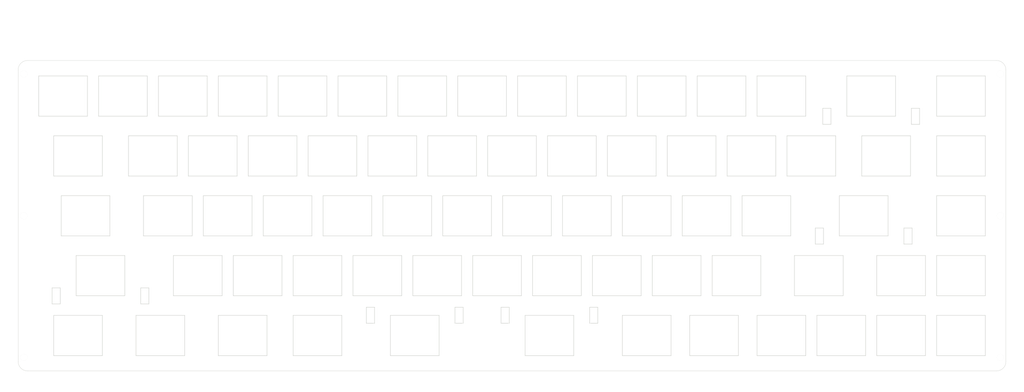
<source format=kicad_pcb>
(kicad_pcb (version 20211014) (generator pcbnew)
  (layers (0 "F.Cu" signal) (31 "B.Cu" signal) (34 "B.Paste" user) (35 "F.Paste" user) (36 "B.SilkS" user "B.Silkscreen") (37 "F.SilkS" user "F.Silkscreen") (38 "B.Mask" user) (39 "F.Mask" user) (44 "Edge.Cuts" user))
  (net 0 "")
  (footprint "new_footprint:SW_Hole_ALPS_1u" (layer "F.Cu") (at 57.15 47.625)
    (fp_text reference "SW7" hide)
    (fp_text value "SW_PUSH" hide)
    (fp_line (start -7.75 -6.4) (end 7.75 -6.4) (layer "Edge.Cuts") (width 0.15))
    (fp_line (start 7.75 6.4) (end -7.75 6.4) (layer "Edge.Cuts") (width 0.15))
    (fp_line (start 7.75 -6.4) (end 7.75 6.4) (layer "Edge.Cuts") (width 0.15))
    (fp_line (start -7.75 6.4) (end -7.75 -6.4) (layer "Edge.Cuts") (width 0.15))
  )
  (footprint "new_footprint:SW_Hole_ALPS_1.25u" (layer "F.Cu") (at 59.53125 104.775)
    (fp_text reference "SW10" hide)
    (fp_text value "SW_PUSH" hide)
    (fp_line (start 7.75 6.4) (end -7.75 6.4) (layer "Edge.Cuts") (width 0.15))
    (fp_line (start 7.75 -6.4) (end 7.75 6.4) (layer "Edge.Cuts") (width 0.15))
    (fp_line (start -7.75 -6.4) (end 7.75 -6.4) (layer "Edge.Cuts") (width 0.15))
    (fp_line (start -7.75 6.4) (end -7.75 -6.4) (layer "Edge.Cuts") (width 0.15))
  )
  (footprint "new_footprint:SW_Hole_ALPS_1.5u" (layer "F.Cu") (at 85.725 104.775)
    (fp_text reference "SW15" hide)
    (fp_text value "SW_PUSH" hide)
    (fp_line (start 7.75 -6.4) (end 7.75 6.4) (layer "Edge.Cuts") (width 0.15))
    (fp_line (start 7.75 6.4) (end -7.75 6.4) (layer "Edge.Cuts") (width 0.15))
    (fp_line (start -7.75 -6.4) (end 7.75 -6.4) (layer "Edge.Cuts") (width 0.15))
    (fp_line (start -7.75 6.4) (end -7.75 -6.4) (layer "Edge.Cuts") (width 0.15))
  )
  (footprint "new_footprint:SW_Hole_ALPS_1u" (layer "F.Cu") (at 47.625 28.575)
    (fp_text reference "SW6" hide)
    (fp_text value "SW_PUSH" hide)
    (fp_line (start -7.75 6.4) (end -7.75 -6.4) (layer "Edge.Cuts") (width 0.15))
    (fp_line (start -7.75 -6.4) (end 7.75 -6.4) (layer "Edge.Cuts") (width 0.15))
    (fp_line (start 7.75 6.4) (end -7.75 6.4) (layer "Edge.Cuts") (width 0.15))
    (fp_line (start 7.75 -6.4) (end 7.75 6.4) (layer "Edge.Cuts") (width 0.15))
  )
  (footprint "new_footprint:SW_Hole_ALPS_1.75u" (layer "F.Cu") (at 35.71875 66.675)
    (fp_text reference "SW3" hide)
    (fp_text value "SW_PUSH" hide)
    (fp_line (start 7.75 -6.4) (end 7.75 6.4) (layer "Edge.Cuts") (width 0.15))
    (fp_line (start 7.75 6.4) (end -7.75 6.4) (layer "Edge.Cuts") (width 0.15))
    (fp_line (start -7.75 6.4) (end -7.75 -6.4) (layer "Edge.Cuts") (width 0.15))
    (fp_line (start -7.75 -6.4) (end 7.75 -6.4) (layer "Edge.Cuts") (width 0.15))
  )
  (footprint "new_footprint:SW_Hole_ALPS_1.5u" (layer "F.Cu") (at 33.3375 104.775)
    (fp_text reference "SW5" hide)
    (fp_text value "SW_PUSH" hide)
    (fp_line (start 7.75 6.4) (end -7.75 6.4) (layer "Edge.Cuts") (width 0.15))
    (fp_line (start -7.75 6.4) (end -7.75 -6.4) (layer "Edge.Cuts") (width 0.15))
    (fp_line (start 7.75 -6.4) (end 7.75 6.4) (layer "Edge.Cuts") (width 0.15))
    (fp_line (start -7.75 -6.4) (end 7.75 -6.4) (layer "Edge.Cuts") (width 0.15))
  )
  (footprint "new_footprint:SW_Hole_ALPS_1u" (layer "F.Cu") (at 28.575 28.575)
    (fp_text reference "SW1" hide)
    (fp_text value "SW_PUSH" hide)
    (fp_line (start 7.75 -6.4) (end 7.75 6.4) (layer "Edge.Cuts") (width 0.15))
    (fp_line (start 7.75 6.4) (end -7.75 6.4) (layer "Edge.Cuts") (width 0.15))
    (fp_line (start -7.75 6.4) (end -7.75 -6.4) (layer "Edge.Cuts") (width 0.15))
    (fp_line (start -7.75 -6.4) (end 7.75 -6.4) (layer "Edge.Cuts") (width 0.15))
  )
  (footprint "new_footprint:SW_Hole_ALPS_1.5u" (layer "F.Cu") (at 33.3375 47.625)
    (fp_text reference "SW2" hide)
    (fp_text value "KEY_SWITCH" hide)
    (fp_line (start -7.75 6.4) (end -7.75 -6.4) (layer "Edge.Cuts") (width 0.15))
    (fp_line (start 7.75 -6.4) (end 7.75 6.4) (layer "Edge.Cuts") (width 0.15))
    (fp_line (start 7.75 6.4) (end -7.75 6.4) (layer "Edge.Cuts") (width 0.15))
    (fp_line (start -7.75 -6.4) (end 7.75 -6.4) (layer "Edge.Cuts") (width 0.15))
  )
  (footprint "new_footprint:SW_Hole_ALPS_2.25u" (layer "F.Cu") (at 40.48125 85.725)
    (fp_text reference "SW4" hide)
    (fp_text value "KEY_SWITCH" hide)
    (fp_line (start 15.4 3.9) (end 12.8 3.9) (layer "Edge.Cuts") (width 0.15))
    (fp_line (start 7.75 6.4) (end 7.75 -6.4) (layer "Edge.Cuts") (width 0.15))
    (fp_line (start -7.75 -6.4) (end -7.75 6.4) (layer "Edge.Cuts") (width 0.15))
    (fp_line (start 12.8 9) (end 15.4 9) (layer "Edge.Cuts") (width 0.15))
    (fp_line (start -15.4 3.9) (end -12.8 3.9) (layer "Edge.Cuts") (width 0.15))
    (fp_line (start -12.8 9) (end -15.4 9) (layer "Edge.Cuts") (width 0.15))
    (fp_line (start -12.8 3.9) (end -12.8 9) (layer "Edge.Cuts") (width 0.15))
    (fp_line (start 12.8 3.9) (end 12.8 9) (layer "Edge.Cuts") (width 0.15))
    (fp_line (start -15.4 9) (end -15.4 3.9) (layer "Edge.Cuts") (width 0.15))
    (fp_line (start 7.75 -6.4) (end -7.75 -6.4) (layer "Edge.Cuts") (width 0.15))
    (fp_line (start 15.4 9) (end 15.4 3.9) (layer "Edge.Cuts") (width 0.15))
    (fp_line (start -7.75 6.4) (end 7.75 6.4) (layer "Edge.Cuts") (width 0.15))
  )
  (footprint "new_footprint:SW_Hole_ALPS_1u" (layer "F.Cu") (at 71.4375 85.725)
    (fp_text reference "SW9" hide)
    (fp_text value "SW_PUSH" hide)
    (fp_line (start -7.75 -6.4) (end 7.75 -6.4) (layer "Edge.Cuts") (width 0.15))
    (fp_line (start -7.75 6.4) (end -7.75 -6.4) (layer "Edge.Cuts") (width 0.15))
    (fp_line (start 7.75 -6.4) (end 7.75 6.4) (layer "Edge.Cuts") (width 0.15))
    (fp_line (start 7.75 6.4) (end -7.75 6.4) (layer "Edge.Cuts") (width 0.15))
  )
  (footprint "new_footprint:SW_Hole_ALPS_1u" (layer "F.Cu") (at 61.9125 66.675)
    (fp_text reference "SW8" hide)
    (fp_text value "SW_PUSH" hide)
    (fp_line (start -7.75 6.4) (end -7.75 -6.4) (layer "Edge.Cuts") (width 0.15))
    (fp_line (start 7.75 -6.4) (end 7.75 6.4) (layer "Edge.Cuts") (width 0.15))
    (fp_line (start 7.75 6.4) (end -7.75 6.4) (layer "Edge.Cuts") (width 0.15))
    (fp_line (start -7.75 -6.4) (end 7.75 -6.4) (layer "Edge.Cuts") (width 0.15))
  )
  (footprint "new_footprint:SW_Hole_ALPS_1u" (layer "F.Cu") (at 76.2 47.625)
    (fp_text reference "SW12" hide)
    (fp_text value "SW_PUSH" hide)
    (fp_line (start 7.75 -6.4) (end 7.75 6.4) (layer "Edge.Cuts") (width 0.15))
    (fp_line (start 7.75 6.4) (end -7.75 6.4) (layer "Edge.Cuts") (width 0.15))
    (fp_line (start -7.75 -6.4) (end 7.75 -6.4) (layer "Edge.Cuts") (width 0.15))
    (fp_line (start -7.75 6.4) (end -7.75 -6.4) (layer "Edge.Cuts") (width 0.15))
  )
  (footprint "new_footprint:SW_Hole_ALPS_1u" (layer "F.Cu") (at 66.675 28.575)
    (fp_text reference "SW11" hide)
    (fp_text value "SW_PUSH" hide)
    (fp_line (start 7.75 6.4) (end -7.75 6.4) (layer "Edge.Cuts") (width 0.15))
    (fp_line (start 7.75 -6.4) (end 7.75 6.4) (layer "Edge.Cuts") (width 0.15))
    (fp_line (start -7.75 -6.4) (end 7.75 -6.4) (layer "Edge.Cuts") (width 0.15))
    (fp_line (start -7.75 6.4) (end -7.75 -6.4) (layer "Edge.Cuts") (width 0.15))
  )
  (footprint "new_footprint:SW_Hole_ALPS_1u" (layer "F.Cu") (at 80.9625 66.675)
    (fp_text reference "SW13" hide)
    (fp_text value "SW_PUSH" hide)
    (fp_line (start 7.75 6.4) (end -7.75 6.4) (layer "Edge.Cuts") (width 0.15))
    (fp_line (start -7.75 -6.4) (end 7.75 -6.4) (layer "Edge.Cuts") (width 0.15))
    (fp_line (start -7.75 6.4) (end -7.75 -6.4) (layer "Edge.Cuts") (width 0.15))
    (fp_line (start 7.75 -6.4) (end 7.75 6.4) (layer "Edge.Cuts") (width 0.15))
  )
  (footprint "new_footprint:SW_Hole_ALPS_1u" (layer "F.Cu") (at 90.4875 85.725)
    (fp_text reference "SW14" hide)
    (fp_text value "SW_PUSH" hide)
    (fp_line (start -7.75 -6.4) (end 7.75 -6.4) (layer "Edge.Cuts") (width 0.15))
    (fp_line (start -7.75 6.4) (end -7.75 -6.4) (layer "Edge.Cuts") (width 0.15))
    (fp_line (start 7.75 -6.4) (end 7.75 6.4) (layer "Edge.Cuts") (width 0.15))
    (fp_line (start 7.75 6.4) (end -7.75 6.4) (layer "Edge.Cuts") (width 0.15))
  )
  (footprint "new_footprint:SW_Hole_ALPS_1u" (layer "F.Cu") (at 95.25 47.625)
    (fp_text reference "SW17" hide)
    (fp_text value "SW_PUSH" hide)
    (fp_line (start 7.75 6.4) (end -7.75 6.4) (layer "Edge.Cuts") (width 0.15))
    (fp_line (start 7.75 -6.4) (end 7.75 6.4) (layer "Edge.Cuts") (width 0.15))
    (fp_line (start -7.75 6.4) (end -7.75 -6.4) (layer "Edge.Cuts") (width 0.15))
    (fp_line (start -7.75 -6.4) (end 7.75 -6.4) (layer "Edge.Cuts") (width 0.15))
  )
  (footprint "new_footprint:SW_Hole_ALPS_1u" (layer "F.Cu") (at 109.5375 85.725)
    (fp_text reference "SW19" hide)
    (fp_text value "SW_PUSH" hide)
    (fp_line (start 7.75 6.4) (end -7.75 6.4) (layer "Edge.Cuts") (width 0.15))
    (fp_line (start -7.75 -6.4) (end 7.75 -6.4) (layer "Edge.Cuts") (width 0.15))
    (fp_line (start 7.75 -6.4) (end 7.75 6.4) (layer "Edge.Cuts") (width 0.15))
    (fp_line (start -7.75 6.4) (end -7.75 -6.4) (layer "Edge.Cuts") (width 0.15))
  )
  (footprint "new_footprint:SW_Hole_ALPS_1u" (layer "F.Cu") (at 85.725 28.575)
    (fp_text reference "SW16" hide)
    (fp_text value "SW_PUSH" hide)
    (fp_line (start -7.75 -6.4) (end 7.75 -6.4) (layer "Edge.Cuts") (width 0.15))
    (fp_line (start -7.75 6.4) (end -7.75 -6.4) (layer "Edge.Cuts") (width 0.15))
    (fp_line (start 7.75 6.4) (end -7.75 6.4) (layer "Edge.Cuts") (width 0.15))
    (fp_line (start 7.75 -6.4) (end 7.75 6.4) (layer "Edge.Cuts") (width 0.15))
  )
  (footprint "new_footprint:SW_Hole_ALPS_1u" (layer "F.Cu") (at 100.0125 66.675)
    (fp_text reference "SW18" hide)
    (fp_text value "SW_PUSH" hide)
    (fp_line (start -7.75 -6.4) (end 7.75 -6.4) (layer "Edge.Cuts") (width 0.15))
    (fp_line (start 7.75 6.4) (end -7.75 6.4) (layer "Edge.Cuts") (width 0.15))
    (fp_line (start 7.75 -6.4) (end 7.75 6.4) (layer "Edge.Cuts") (width 0.15))
    (fp_line (start -7.75 6.4) (end -7.75 -6.4) (layer "Edge.Cuts") (width 0.15))
  )
  (footprint "new_footprint:SW_Hole_ALPS_1u" (layer "F.Cu") (at 109.5375 104.775 180)
    (fp_text reference "SW20" hide)
    (fp_text value "SW_PUSH" hide)
    (fp_line (start 7.75 -6.4) (end 7.75 6.4) (layer "Edge.Cuts") (width 0.15))
    (fp_line (start -7.75 -6.4) (end 7.75 -6.4) (layer "Edge.Cuts") (width 0.15))
    (fp_line (start 7.75 6.4) (end -7.75 6.4) (layer "Edge.Cuts") (width 0.15))
    (fp_line (start -7.75 6.4) (end -7.75 -6.4) (layer "Edge.Cuts") (width 0.15))
  )
  (footprint "new_footprint:SW_Hole_ALPS_1u" (layer "F.Cu") (at 114.3 47.625)
    (fp_text reference "SW22" hide)
    (fp_text value "SW_PUSH" hide)
    (fp_line (start 7.75 -6.4) (end 7.75 6.4) (layer "Edge.Cuts") (width 0.15))
    (fp_line (start 7.75 6.4) (end -7.75 6.4) (layer "Edge.Cuts") (width 0.15))
    (fp_line (start -7.75 -6.4) (end 7.75 -6.4) (layer "Edge.Cuts") (width 0.15))
    (fp_line (start -7.75 6.4) (end -7.75 -6.4) (layer "Edge.Cuts") (width 0.15))
  )
  (footprint "new_footprint:SW_Hole_ALPS_1u" (layer "F.Cu") (at 104.775 28.575)
    (fp_text reference "SW21" hide)
    (fp_text value "SW_PUSH" hide)
    (fp_line (start 7.75 -6.4) (end 7.75 6.4) (layer "Edge.Cuts") (width 0.15))
    (fp_line (start 7.75 6.4) (end -7.75 6.4) (layer "Edge.Cuts") (width 0.15))
    (fp_line (start -7.75 6.4) (end -7.75 -6.4) (layer "Edge.Cuts") (width 0.15))
    (fp_line (start -7.75 -6.4) (end 7.75 -6.4) (layer "Edge.Cuts") (width 0.15))
  )
  (footprint "new_footprint:SW_Hole_ALPS_1u" (layer "F.Cu") (at 166.6875 85.725)
    (fp_text reference "SW33" hide)
    (fp_text value "SW_PUSH" hide)
    (fp_line (start -7.75 6.4) (end -7.75 -6.4) (layer "Edge.Cuts") (width 0.15))
    (fp_line (start -7.75 -6.4) (end 7.75 -6.4) (layer "Edge.Cuts") (width 0.15))
    (fp_line (start 7.75 -6.4) (end 7.75 6.4) (layer "Edge.Cuts") (width 0.15))
    (fp_line (start 7.75 6.4) (end -7.75 6.4) (layer "Edge.Cuts") (width 0.15))
  )
  (footprint "new_footprint:SW_Hole_ALPS_1u" (layer "F.Cu") (at 119.0625 66.675)
    (fp_text reference "SW23" hide)
    (fp_text value "SW_PUSH" hide)
    (fp_line (start -7.75 6.4) (end -7.75 -6.4) (layer "Edge.Cuts") (width 0.15))
    (fp_line (start 7.75 -6.4) (end 7.75 6.4) (layer "Edge.Cuts") (width 0.15))
    (fp_line (start -7.75 -6.4) (end 7.75 -6.4) (layer "Edge.Cuts") (width 0.15))
    (fp_line (start 7.75 6.4) (end -7.75 6.4) (layer "Edge.Cuts") (width 0.15))
  )
  (footprint "new_footprint:SW_Hole_ALPS_1u" (layer "F.Cu") (at 133.35 47.625)
    (fp_text reference "SW26" hide)
    (fp_text value "SW_PUSH" hide)
    (fp_line (start -7.75 6.4) (end -7.75 -6.4) (layer "Edge.Cuts") (width 0.15))
    (fp_line (start 7.75 -6.4) (end 7.75 6.4) (layer "Edge.Cuts") (width 0.15))
    (fp_line (start -7.75 -6.4) (end 7.75 -6.4) (layer "Edge.Cuts") (width 0.15))
    (fp_line (start 7.75 6.4) (end -7.75 6.4) (layer "Edge.Cuts") (width 0.15))
  )
  (footprint "new_footprint:SW_Hole_ALPS_1u" (layer "F.Cu") (at 147.6375 85.725)
    (fp_text reference "SW28" hide)
    (fp_text value "SW_PUSH" hide)
    (fp_line (start 7.75 6.4) (end -7.75 6.4) (layer "Edge.Cuts") (width 0.15))
    (fp_line (start -7.75 -6.4) (end 7.75 -6.4) (layer "Edge.Cuts") (width 0.15))
    (fp_line (start 7.75 -6.4) (end 7.75 6.4) (layer "Edge.Cuts") (width 0.15))
    (fp_line (start -7.75 6.4) (end -7.75 -6.4) (layer "Edge.Cuts") (width 0.15))
  )
  (footprint "new_footprint:SW_Hole_ALPS_1u" (layer "F.Cu") (at 152.4 47.625)
    (fp_text reference "SW31" hide)
    (fp_text value "SW_PUSH" hide)
    (fp_line (start -7.75 -6.4) (end 7.75 -6.4) (layer "Edge.Cuts") (width 0.15))
    (fp_line (start 7.75 -6.4) (end 7.75 6.4) (layer "Edge.Cuts") (width 0.15))
    (fp_line (start -7.75 6.4) (end -7.75 -6.4) (layer "Edge.Cuts") (width 0.15))
    (fp_line (start 7.75 6.4) (end -7.75 6.4) (layer "Edge.Cuts") (width 0.15))
  )
  (footprint "new_footprint:SW_Hole_ALPS_1u" (layer "F.Cu") (at 157.1625 66.675)
    (fp_text reference "SW32" hide)
    (fp_text value "SW_PUSH" hide)
    (fp_line (start 7.75 -6.4) (end 7.75 6.4) (layer "Edge.Cuts") (width 0.15))
    (fp_line (start -7.75 -6.4) (end 7.75 -6.4) (layer "Edge.Cuts") (width 0.15))
    (fp_line (start 7.75 6.4) (end -7.75 6.4) (layer "Edge.Cuts") (width 0.15))
    (fp_line (start -7.75 6.4) (end -7.75 -6.4) (layer "Edge.Cuts") (width 0.15))
  )
  (footprint "new_footprint:SW_Hole_ALPS_1u" (layer "F.Cu") (at 123.825 28.575)
    (fp_text reference "SW25" hide)
    (fp_text value "SW_PUSH" hide)
    (fp_line (start 7.75 -6.4) (end 7.75 6.4) (layer "Edge.Cuts") (width 0.15))
    (fp_line (start -7.75 -6.4) (end 7.75 -6.4) (layer "Edge.Cuts") (width 0.15))
    (fp_line (start -7.75 6.4) (end -7.75 -6.4) (layer "Edge.Cuts") (width 0.15))
    (fp_line (start 7.75 6.4) (end -7.75 6.4) (layer "Edge.Cuts") (width 0.15))
  )
  (footprint "new_footprint:SW_Hole_ALPS_1u" (layer "F.Cu") (at 128.5875 85.725)
    (fp_text reference "SW24" hide)
    (fp_text value "SW_PUSH" hide)
    (fp_line (start -7.75 -6.4) (end 7.75 -6.4) (layer "Edge.Cuts") (width 0.15))
    (fp_line (start 7.75 -6.4) (end 7.75 6.4) (layer "Edge.Cuts") (width 0.15))
    (fp_line (start 7.75 6.4) (end -7.75 6.4) (layer "Edge.Cuts") (width 0.15))
    (fp_line (start -7.75 6.4) (end -7.75 -6.4) (layer "Edge.Cuts") (width 0.15))
  )
  (footprint "new_footprint:SW_Hole_ALPS_1u" (layer "F.Cu") (at 138.1125 66.675)
    (fp_text reference "SW27" hide)
    (fp_text value "SW_PUSH" hide)
    (fp_line (start 7.75 -6.4) (end 7.75 6.4) (layer "Edge.Cuts") (width 0.15))
    (fp_line (start -7.75 -6.4) (end 7.75 -6.4) (layer "Edge.Cuts") (width 0.15))
    (fp_line (start -7.75 6.4) (end -7.75 -6.4) (layer "Edge.Cuts") (width 0.15))
    (fp_line (start 7.75 6.4) (end -7.75 6.4) (layer "Edge.Cuts") (width 0.15))
  )
  (footprint "new_footprint:SW_Hole_ALPS_1u" (layer "F.Cu") (at 142.875 28.575)
    (fp_text reference "SW30" hide)
    (fp_text value "SW_PUSH" hide)
    (fp_line (start 7.75 -6.4) (end 7.75 6.4) (layer "Edge.Cuts") (width 0.15))
    (fp_line (start 7.75 6.4) (end -7.75 6.4) (layer "Edge.Cuts") (width 0.15))
    (fp_line (start -7.75 6.4) (end -7.75 -6.4) (layer "Edge.Cuts") (width 0.15))
    (fp_line (start -7.75 -6.4) (end 7.75 -6.4) (layer "Edge.Cuts") (width 0.15))
  )
  (footprint "new_footprint:SW_Hole_ALPS_1u" (layer "F.Cu") (at 195.2625 66.675)
    (fp_text reference "SW41" hide)
    (fp_text value "SW_PUSH" hide)
    (fp_line (start 7.75 6.4) (end -7.75 6.4) (layer "Edge.Cuts") (width 0.15))
    (fp_line (start 7.75 -6.4) (end 7.75 6.4) (layer "Edge.Cuts") (width 0.15))
    (fp_line (start -7.75 6.4) (end -7.75 -6.4) (layer "Edge.Cuts") (width 0.15))
    (fp_line (start -7.75 -6.4) (end 7.75 -6.4) (layer "Edge.Cuts") (width 0.15))
  )
  (footprint "new_footprint:SW_Hole_ALPS_1u" (layer "F.Cu") (at 185.7375 85.725)
    (fp_text reference "SW38" hide)
    (fp_text value "SW_PUSH" hide)
    (fp_line (start -7.75 6.4) (end -7.75 -6.4) (layer "Edge.Cuts") (width 0.15))
    (fp_line (start 7.75 6.4) (end -7.75 6.4) (layer "Edge.Cuts") (width 0.15))
    (fp_line (start -7.75 -6.4) (end 7.75 -6.4) (layer "Edge.Cuts") (width 0.15))
    (fp_line (start 7.75 -6.4) (end 7.75 6.4) (layer "Edge.Cuts") (width 0.15))
  )
  (footprint "new_footprint:SW_Hole_ALPS_1u" (layer "F.Cu") (at 200.025 28.575)
    (fp_text reference "SW44" hide)
    (fp_text value "SW_PUSH" hide)
    (fp_line (start 7.75 6.4) (end -7.75 6.4) (layer "Edge.Cuts") (width 0.15))
    (fp_line (start -7.75 -6.4) (end 7.75 -6.4) (layer "Edge.Cuts") (width 0.15))
    (fp_line (start 7.75 -6.4) (end 7.75 6.4) (layer "Edge.Cuts") (width 0.15))
    (fp_line (start -7.75 6.4) (end -7.75 -6.4) (layer "Edge.Cuts") (width 0.15))
  )
  (footprint "new_footprint:SW_Hole_ALPS_1u" (layer "F.Cu") (at 209.55 47.625)
    (fp_text reference "SW45" hide)
    (fp_text value "SW_PUSH" hide)
    (fp_line (start 7.75 6.4) (end -7.75 6.4) (layer "Edge.Cuts") (width 0.15))
    (fp_line (start -7.75 -6.4) (end 7.75 -6.4) (layer "Edge.Cuts") (width 0.15))
    (fp_line (start -7.75 6.4) (end -7.75 -6.4) (layer "Edge.Cuts") (width 0.15))
    (fp_line (start 7.75 -6.4) (end 7.75 6.4) (layer "Edge.Cuts") (width 0.15))
  )
  (footprint "new_footprint:SW_Hole_ALPS_1u" (layer "F.Cu") (at 180.975 28.575)
    (fp_text reference "SW39" hide)
    (fp_text value "SW_PUSH" hide)
    (fp_line (start 7.75 -6.4) (end 7.75 6.4) (layer "Edge.Cuts") (width 0.15))
    (fp_line (start 7.75 6.4) (end -7.75 6.4) (layer "Edge.Cuts") (width 0.15))
    (fp_line (start -7.75 -6.4) (end 7.75 -6.4) (layer "Edge.Cuts") (width 0.15))
    (fp_line (start -7.75 6.4) (end -7.75 -6.4) (layer "Edge.Cuts") (width 0.15))
  )
  (footprint "new_footprint:SW_Hole_ALPS_1u" (layer "F.Cu") (at 176.2125 66.675)
    (fp_text reference "SW37" hide)
    (fp_text value "SW_PUSH" hide)
    (fp_line (start -7.75 6.4) (end -7.75 -6.4) (layer "Edge.Cuts") (width 0.15))
    (fp_line (start -7.75 -6.4) (end 7.75 -6.4) (layer "Edge.Cuts") (width 0.15))
    (fp_line (start 7.75 -6.4) (end 7.75 6.4) (layer "Edge.Cuts") (width 0.15))
    (fp_line (start 7.75 6.4) (end -7.75 6.4) (layer "Edge.Cuts") (width 0.15))
  )
  (footprint "new_footprint:SW_Hole_ALPS_1u" (layer "F.Cu") (at 223.8375 85.725)
    (fp_text reference "SW47" hide)
    (fp_text value "SW_PUSH" hide)
    (fp_line (start 7.75 6.4) (end -7.75 6.4) (layer "Edge.Cuts") (width 0.15))
    (fp_line (start 7.75 -6.4) (end 7.75 6.4) (layer "Edge.Cuts") (width 0.15))
    (fp_line (start -7.75 6.4) (end -7.75 -6.4) (layer "Edge.Cuts") (width 0.15))
    (fp_line (start -7.75 -6.4) (end 7.75 -6.4) (layer "Edge.Cuts") (width 0.15))
  )
  (footprint "new_footprint:SW_Hole_ALPS_1u" (layer "F.Cu") (at 161.925 28.575)
    (fp_text reference "SW35" hide)
    (fp_text value "SW_PUSH" hide)
    (fp_line (start -7.75 -6.4) (end 7.75 -6.4) (layer "Edge.Cuts") (width 0.15))
    (fp_line (start -7.75 6.4) (end -7.75 -6.4) (layer "Edge.Cuts") (width 0.15))
    (fp_line (start 7.75 -6.4) (end 7.75 6.4) (layer "Edge.Cuts") (width 0.15))
    (fp_line (start 7.75 6.4) (end -7.75 6.4) (layer "Edge.Cuts") (width 0.15))
  )
  (footprint "new_footprint:SW_Hole_ALPS_1u" (layer "F.Cu") (at 204.7875 85.725)
    (fp_text reference "SW42" hide)
    (fp_text value "SW_PUSH" hide)
    (fp_line (start 7.75 -6.4) (end 7.75 6.4) (layer "Edge.Cuts") (width 0.15))
    (fp_line (start 7.75 6.4) (end -7.75 6.4) (layer "Edge.Cuts") (width 0.15))
    (fp_line (start -7.75 6.4) (end -7.75 -6.4) (layer "Edge.Cuts") (width 0.15))
    (fp_line (start -7.75 -6.4) (end 7.75 -6.4) (layer "Edge.Cuts") (width 0.15))
  )
  (footprint "new_footprint:SW_Hole_ALPS_1u" (layer "F.Cu") (at 171.45 47.625)
    (fp_text reference "SW36" hide)
    (fp_text value "SW_PUSH" hide)
    (fp_line (start 7.75 -6.4) (end 7.75 6.4) (layer "Edge.Cuts") (width 0.15))
    (fp_line (start -7.75 -6.4) (end 7.75 -6.4) (layer "Edge.Cuts") (width 0.15))
    (fp_line (start 7.75 6.4) (end -7.75 6.4) (layer "Edge.Cuts") (width 0.15))
    (fp_line (start -7.75 6.4) (end -7.75 -6.4) (layer "Edge.Cuts") (width 0.15))
  )
  (footprint "new_footprint:SW_Hole_ALPS_1u" (layer "F.Cu") (at 214.3125 66.675)
    (fp_text reference "SW46" hide)
    (fp_text value "SW_PUSH" hide)
    (fp_line (start -7.75 6.4) (end -7.75 -6.4) (layer "Edge.Cuts") (width 0.15))
    (fp_line (start -7.75 -6.4) (end 7.75 -6.4) (layer "Edge.Cuts") (width 0.15))
    (fp_line (start 7.75 6.4) (end -7.75 6.4) (layer "Edge.Cuts") (width 0.15))
    (fp_line (start 7.75 -6.4) (end 7.75 6.4) (layer "Edge.Cuts") (width 0.15))
  )
  (footprint "new_footprint:SW_Hole_ALPS_1u" (layer "F.Cu") (at 190.5 47.625)
    (fp_text reference "SW40" hide)
    (fp_text value "SW_PUSH" hide)
    (fp_line (start -7.75 6.4) (end -7.75 -6.4) (layer "Edge.Cuts") (width 0.15))
    (fp_line (start 7.75 6.4) (end -7.75 6.4) (layer "Edge.Cuts") (width 0.15))
    (fp_line (start -7.75 -6.4) (end 7.75 -6.4) (layer "Edge.Cuts") (width 0.15))
    (fp_line (start 7.75 -6.4) (end 7.75 6.4) (layer "Edge.Cuts") (width 0.15))
  )
  (footprint "new_footprint:SW_Hole_ALPS_1.75u" (layer "F.Cu") (at 269.08125 85.725)
    (fp_text reference "SW57" hide)
    (fp_text value "SW_PUSH" hide)
    (fp_line (start 7.75 6.4) (end -7.75 6.4) (layer "Edge.Cuts") (width 0.15))
    (fp_line (start 7.75 -6.4) (end 7.75 6.4) (layer "Edge.Cuts") (width 0.15))
    (fp_line (start -7.75 6.4) (end -7.75 -6.4) (layer "Edge.Cuts") (width 0.15))
    (fp_line (start -7.75 -6.4) (end 7.75 -6.4) (layer "Edge.Cuts") (width 0.15))
  )
  (footprint "new_footprint:SW_Hole_ALPS_1u" (layer "F.Cu") (at 238.125 28.575)
    (fp_text reference "SW54" hide)
    (fp_text value "SW_PUSH" hide)
    (fp_line (start 7.75 -6.4) (end 7.75 6.4) (layer "Edge.Cuts") (width 0.15))
    (fp_line (start -7.75 6.4) (end -7.75 -6.4) (layer "Edge.Cuts") (width 0.15))
    (fp_line (start -7.75 -6.4) (end 7.75 -6.4) (layer "Edge.Cuts") (width 0.15))
    (fp_line (start 7.75 6.4) (end -7.75 6.4) (layer "Edge.Cuts") (width 0.15))
  )
  (footprint "new_footprint:SW_Hole_ALPS_1u" (layer "F.Cu") (at 242.8875 85.725)
    (fp_text reference "SW52" hide)
    (fp_text value "SW_PUSH" hide)
    (fp_line (start 7.75 6.4) (end -7.75 6.4) (layer "Edge.Cuts") (width 0.15))
    (fp_line (start -7.75 -6.4) (end 7.75 -6.4) (layer "Edge.Cuts") (width 0.15))
    (fp_line (start 7.75 -6.4) (end 7.75 6.4) (layer "Edge.Cuts") (width 0.15))
    (fp_line (start -7.75 6.4) (end -7.75 -6.4) (layer "Edge.Cuts") (width 0.15))
  )
  (footprint "new_footprint:SW_Hole_ALPS_1u" (layer "F.Cu") (at 228.6 47.625)
    (fp_text reference "SW50" hide)
    (fp_text value "SW_PUSH" hide)
    (fp_line (start -7.75 -6.4) (end 7.75 -6.4) (layer "Edge.Cuts") (width 0.15))
    (fp_line (start 7.75 -6.4) (end 7.75 6.4) (layer "Edge.Cuts") (width 0.15))
    (fp_line (start 7.75 6.4) (end -7.75 6.4) (layer "Edge.Cuts") (width 0.15))
    (fp_line (start -7.75 6.4) (end -7.75 -6.4) (layer "Edge.Cuts") (width 0.15))
  )
  (footprint "new_footprint:SW_Hole_ALPS_1u" (layer "F.Cu") (at 233.3625 66.675)
    (fp_text reference "SW51" hide)
    (fp_text value "SW_PUSH" hide)
    (fp_line (start -7.75 -6.4) (end 7.75 -6.4) (layer "Edge.Cuts") (width 0.15))
    (fp_line (start 7.75 6.4) (end -7.75 6.4) (layer "Edge.Cuts") (width 0.15))
    (fp_line (start 7.75 -6.4) (end 7.75 6.4) (layer "Edge.Cuts") (width 0.15))
    (fp_line (start -7.75 6.4) (end -7.75 -6.4) (layer "Edge.Cuts") (width 0.15))
  )
  (footprint "new_footprint:SW_Hole_ALPS_2.25u" (layer "F.Cu") (at 283.36875 66.675)
    (fp_text reference "SW61" hide)
    (fp_text value "SW_PUSH" hide)
    (fp_line (start 15.4 3.9) (end 12.8 3.9) (layer "Edge.Cuts") (width 0.15))
    (fp_line (start 12.8 9) (end 15.4 9) (layer "Edge.Cuts") (width 0.15))
    (fp_line (start -15.4 9) (end -15.4 3.9) (layer "Edge.Cuts") (width 0.15))
    (fp_line (start -12.8 3.9) (end -12.8 9) (layer "Edge.Cuts") (width 0.15))
    (fp_line (start 15.4 9) (end 15.4 3.9) (layer "Edge.Cuts") (width 0.15))
    (fp_line (start -12.8 9) (end -15.4 9) (layer "Edge.Cuts") (width 0.15))
    (fp_line (start -7.75 6.4) (end 7.75 6.4) (layer "Edge.Cuts") (width 0.15))
    (fp_line (start 12.8 3.9) (end 12.8 9) (layer "Edge.Cuts") (width 0.15))
    (fp_line (start -7.75 -6.4) (end -7.75 6.4) (layer "Edge.Cuts") (width 0.15))
    (fp_line (start 7.75 -6.4) (end -7.75 -6.4) (layer "Edge.Cuts") (width 0.15))
    (fp_line (start 7.75 6.4) (end 7.75 -6.4) (layer "Edge.Cuts") (width 0.15))
    (fp_line (start -15.4 3.9) (end -12.8 3.9) (layer "Edge.Cuts") (width 0.15))
  )
  (footprint "new_footprint:SW_Hole_ALPS_1u" (layer "F.Cu") (at 247.65 47.625)
    (fp_text reference "SW55" hide)
    (fp_text value "SW_PUSH" hide)
    (fp_line (start -7.75 6.4) (end -7.75 -6.4) (layer "Edge.Cuts") (width 0.15))
    (fp_line (start 7.75 -6.4) (end 7.75 6.4) (layer "Edge.Cuts") (width 0.15))
    (fp_line (start -7.75 -6.4) (end 7.75 -6.4) (layer "Edge.Cuts") (width 0.15))
    (fp_line (start 7.75 6.4) (end -7.75 6.4) (layer "Edge.Cuts") (width 0.15))
  )
  (footprint "new_footprint:SW_Hole_ALPS_1u" (layer "F.Cu") (at 257.175 28.575)
    (fp_text reference "SW59" hide)
    (fp_text value "SW_PUSH" hide)
    (fp_line (start 7.75 -6.4) (end 7.75 6.4) (layer "Edge.Cuts") (width 0.15))
    (fp_line (start -7.75 6.4) (end -7.75 -6.4) (layer "Edge.Cuts") (width 0.15))
    (fp_line (start 7.75 6.4) (end -7.75 6.4) (layer "Edge.Cuts") (width 0.15))
    (fp_line (start -7.75 -6.4) (end 7.75 -6.4) (layer "Edge.Cuts") (width 0.15))
  )
  (footprint "new_footprint:SW_Hole_ALPS_1u" (layer "F.Cu") (at 219.075 28.575)
    (fp_text reference "SW49" hide)
    (fp_text value "SW_PUSH" hide)
    (fp_line (start -7.75 -6.4) (end 7.75 -6.4) (layer "Edge.Cuts") (width 0.15))
    (fp_line (start 7.75 6.4) (end -7.75 6.4) (layer "Edge.Cuts") (width 0.15))
    (fp_line (start 7.75 -6.4) (end 7.75 6.4) (layer "Edge.Cuts") (width 0.15))
    (fp_line (start -7.75 6.4) (end -7.75 -6.4) (layer "Edge.Cuts") (width 0.15))
  )
  (footprint "new_footprint:SW_Hole_ALPS_1u" (layer "F.Cu") (at 252.4125 66.675)
    (fp_text reference "SW56" hide)
    (fp_text value "SW_PUSH" hide)
    (fp_line (start 7.75 6.4) (end -7.75 6.4) (layer "Edge.Cuts") (width 0.15))
    (fp_line (start -7.75 6.4) (end -7.75 -6.4) (layer "Edge.Cuts") (width 0.15))
    (fp_line (start 7.75 -6.4) (end 7.75 6.4) (layer "Edge.Cuts") (width 0.15))
    (fp_line (start -7.75 -6.4) (end 7.75 -6.4) (layer "Edge.Cuts") (width 0.15))
  )
  (footprint "new_footprint:SW_Hole_ALPS_1u" (layer "F.Cu") (at 266.7 47.625)
    (fp_text reference "SW60" hide)
    (fp_text value "SW_PUSH" hide)
    (fp_line (start 7.75 -6.4) (end 7.75 6.4) (layer "Edge.Cuts") (width 0.15))
    (fp_line (start 7.75 6.4) (end -7.75 6.4) (layer "Edge.Cuts") (width 0.15))
    (fp_line (start -7.75 6.4) (end -7.75 -6.4) (layer "Edge.Cuts") (width 0.15))
    (fp_line (start -7.75 -6.4) (end 7.75 -6.4) (layer "Edge.Cuts") (width 0.15))
  )
  (footprint "new_footprint:SW_Hole_ALPS_1u" (layer "F.Cu") (at 314.325 85.725)
    (fp_text reference "SW69" hide)
    (fp_text value "SW_PUSH" hide)
    (fp_line (start -7.75 6.4) (end -7.75 -6.4) (layer "Edge.Cuts") (width 0.15))
    (fp_line (start 7.75 -6.4) (end 7.75 6.4) (layer "Edge.Cuts") (width 0.15))
    (fp_line (start -7.75 -6.4) (end 7.75 -6.4) (layer "Edge.Cuts") (width 0.15))
    (fp_line (start 7.75 6.4) (end -7.75 6.4) (layer "Edge.Cuts") (width 0.15))
  )
  (footprint "new_footprint:SW_Hole_ALPS_1u" (layer "F.Cu") (at 314.325 28.575)
    (fp_text reference "SW66" hide)
    (fp_text value "SW_PUSH" hide)
    (fp_line (start -7.75 6.4) (end -7.75 -6.4) (layer "Edge.Cuts") (width 0.15))
    (fp_line (start 7.75 6.4) (end -7.75 6.4) (layer "Edge.Cuts") (width 0.15))
    (fp_line (start 7.75 -6.4) (end 7.75 6.4) (layer "Edge.Cuts") (width 0.15))
    (fp_line (start -7.75 -6.4) (end 7.75 -6.4) (layer "Edge.Cuts") (width 0.15))
  )
  (footprint "new_footprint:SW_Hole_ALPS_1u" (layer "F.Cu") (at 314.325 47.625)
    (fp_text reference "SW67" hide)
    (fp_text value "SW_PUSH" hide)
    (fp_line (start 7.75 -6.4) (end 7.75 6.4) (layer "Edge.Cuts") (width 0.15))
    (fp_line (start 7.75 6.4) (end -7.75 6.4) (layer "Edge.Cuts") (width 0.15))
    (fp_line (start -7.75 6.4) (end -7.75 -6.4) (layer "Edge.Cuts") (width 0.15))
    (fp_line (start -7.75 -6.4) (end 7.75 -6.4) (layer "Edge.Cuts") (width 0.15))
  )
  (footprint "new_footprint:SW_Hole_ALPS_1u" (layer "F.Cu") (at 314.325 66.675)
    (fp_text reference "SW68" hide)
    (fp_text value "SW_PUSH" hide)
    (fp_line (start -7.75 6.4) (end -7.75 -6.4) (layer "Edge.Cuts") (width 0.15))
    (fp_line (start 7.75 -6.4) (end 7.75 6.4) (layer "Edge.Cuts") (width 0.15))
    (fp_line (start -7.75 -6.4) (end 7.75 -6.4) (layer "Edge.Cuts") (width 0.15))
    (fp_line (start 7.75 6.4) (end -7.75 6.4) (layer "Edge.Cuts") (width 0.15))
  )
  (footprint "new_footprint:SW_Hole_ALPS_1u" (layer "F.Cu") (at 295.275 85.725)
    (fp_text reference "SW62" hide)
    (fp_text value "SW_PUSH" hide)
    (fp_line (start 7.75 -6.4) (end 7.75 6.4) (layer "Edge.Cuts") (width 0.15))
    (fp_line (start -7.75 -6.4) (end 7.75 -6.4) (layer "Edge.Cuts") (width 0.15))
    (fp_line (start -7.75 6.4) (end -7.75 -6.4) (layer "Edge.Cuts") (width 0.15))
    (fp_line (start 7.75 6.4) (end -7.75 6.4) (layer "Edge.Cuts") (width 0.15))
  )
  (footprint "new_footprint:SW_Hole_ALPS_2u" (layer "F.Cu") (at 285.75 28.575)
    (fp_text reference "SW64" hide)
    (fp_text value "SW_PUSH" hide)
    (fp_line (start -15.4 3.9) (end -12.8 3.9) (layer "Edge.Cuts") (width 0.15))
    (fp_line (start -12.8 3.9) (end -12.8 9) (layer "Edge.Cuts") (width 0.15))
    (fp_line (start -12.8 9) (end -15.4 9) (layer "Edge.Cuts") (width 0.15))
    (fp_line (start 7.75 -6.4) (end -7.75 -6.4) (layer "Edge.Cuts") (width 0.15))
    (fp_line (start 7.75 6.4) (end 7.75 -6.4) (layer "Edge.Cuts") (width 0.15))
    (fp_line (start 15.4 9) (end 15.4 3.9) (layer "Edge.Cuts") (width 0.15))
    (fp_line (start 12.8 3.9) (end 12.8 9) (layer "Edge.Cuts") (width 0.15))
    (fp_line (start 12.8 9) (end 15.4 9) (layer "Edge.Cuts") (width 0.15))
    (fp_line (start 15.4 3.9) (end 12.8 3.9) (layer "Edge.Cuts") (width 0.15))
    (fp_line (start -7.75 6.4) (end 7.75 6.4) (layer "Edge.Cuts") (width 0.15))
    (fp_line (start -15.4 9) (end -15.4 3.9) (layer "Edge.Cuts") (width 0.15))
    (fp_line (start -7.75 -6.4) (end -7.75 6.4) (layer "Edge.Cuts") (width 0.15))
  )
  (footprint "new_footprint:SW_Hole_ALPS_1u" (layer "F.Cu") (at 276.225 104.775)
    (fp_text reference "SW58" hide)
    (fp_text value "SW_PUSH" hide)
    (fp_line (start 7.75 -6.4) (end 7.75 6.4) (layer "Edge.Cuts") (width 0.15))
    (fp_line (start -7.75 -6.4) (end 7.75 -6.4) (layer "Edge.Cuts") (width 0.15))
    (fp_line (start -7.75 6.4) (end -7.75 -6.4) (layer "Edge.Cuts") (width 0.15))
    (fp_line (start 7.75 6.4) (end -7.75 6.4) (layer "Edge.Cuts") (width 0.15))
  )
  (footprint "new_footprint:SW_Hole_ALPS_1u" (layer "F.Cu") (at 314.325 104.775)
    (fp_text reference "SW70" hide)
    (fp_text value "SW_PUSH" hide)
    (fp_line (start -7.75 -6.4) (end 7.75 -6.4) (layer "Edge.Cuts") (width 0.15))
    (fp_line (start 7.75 6.4) (end -7.75 6.4) (layer "Edge.Cuts") (width 0.15))
    (fp_line (start 7.75 -6.4) (end 7.75 6.4) (layer "Edge.Cuts") (width 0.15))
    (fp_line (start -7.75 6.4) (end -7.75 -6.4) (layer "Edge.Cuts") (width 0.15))
  )
  (footprint "new_footprint:SW_Hole_ALPS_1u" (layer "F.Cu") (at 295.275 104.775)
    (fp_text reference "SW63" hide)
    (fp_text value "SW_PUSH" hide)
    (fp_line (start -7.75 6.4) (end -7.75 -6.4) (layer "Edge.Cuts") (width 0.15))
    (fp_line (start -7.75 -6.4) (end 7.75 -6.4) (layer "Edge.Cuts") (width 0.15))
    (fp_line (start 7.75 -6.4) (end 7.75 6.4) (layer "Edge.Cuts") (width 0.15))
    (fp_line (start 7.75 6.4) (end -7.75 6.4) (layer "Edge.Cuts") (width 0.15))
  )
  (footprint "new_footprint:SW_Hole_ALPS_2.25u" (layer "F.Cu") (at 140.49375 104.775 180)
    (fp_text reference "SW29" hide)
    (fp_text value "SW_PUSH" hide)
    (fp_line (start 7.75 -6.4) (end -7.75 -6.4) (layer "Edge.Cuts") (width 0.15))
    (fp_line (start -12.8 9) (end -15.4 9) (layer "Edge.Cuts") (width 0.15))
    (fp_line (start 15.4 3.9) (end 12.8 3.9) (layer "Edge.Cuts") (width 0.15))
    (fp_line (start -15.4 3.9) (end -12.8 3.9) (layer "Edge.Cuts") (width 0.15))
    (fp_line (start 12.8 9) (end 15.4 9) (layer "Edge.Cuts") (width 0.15))
    (fp_line (start -15.4 9) (end -15.4 3.9) (layer "Edge.Cuts") (width 0.15))
    (fp_line (start -7.75 6.4) (end 7.75 6.4) (layer "Edge.Cuts") (width 0.15))
    (fp_line (start -7.75 -6.4) (end -7.75 6.4) (layer "Edge.Cuts") (width 0.15))
    (fp_line (start 7.75 6.4) (end 7.75 -6.4) (layer "Edge.Cuts") (width 0.15))
    (fp_line (start 12.8 3.9) (end 12.8 9) (layer "Edge.Cuts") (width 0.15))
    (fp_line (start -12.8 3.9) (end -12.8 9) (layer "Edge.Cuts") (width 0.15))
    (fp_line (start 15.4 9) (end 15.4 3.9) (layer "Edge.Cuts") (width 0.15))
  )
  (footprint "new_footprint:SW_Hole_ALPS_2.25u" (layer "F.Cu") (at 183.35625 104.775 180)
    (fp_text reference "SW34" hide)
    (fp_text value "SW_PUSH" hide)
    (fp_line (start -12.8 9) (end -15.4 9) (layer "Edge.Cuts") (width 0.15))
    (fp_line (start 15.4 3.9) (end 12.8 3.9) (layer "Edge.Cuts") (width 0.15))
    (fp_line (start 7.75 6.4) (end 7.75 -6.4) (layer "Edge.Cuts") (width 0.15))
    (fp_line (start -15.4 3.9) (end -12.8 3.9) (layer "Edge.Cuts") (width 0.15))
    (fp_line (start 12.8 3.9) (end 12.8 9) (layer "Edge.Cuts") (width 0.15))
    (fp_line (start -7.75 6.4) (end 7.75 6.4) (layer "Edge.Cuts") (width 0.15))
    (fp_line (start 15.4 9) (end 15.4 3.9) (layer "Edge.Cuts") (width 0.15))
    (fp_line (start 12.8 9) (end 15.4 9) (layer "Edge.Cuts") (width 0.15))
    (fp_line (start -15.4 9) (end -15.4 3.9) (layer "Edge.Cuts") (width 0.15))
    (fp_line (start -12.8 3.9) (end -12.8 9) (layer "Edge.Cuts") (width 0.15))
    (fp_line (start 7.75 -6.4) (end -7.75 -6.4) (layer "Edge.Cuts") (width 0.15))
    (fp_line (start -7.75 -6.4) (end -7.75 6.4) (layer "Edge.Cuts") (width 0.15))
  )
  (footprint "new_footprint:SW_Hole_ALPS_1.25u" (layer "F.Cu") (at 235.74375 104.775)
    (fp_text reference "SW48" hide)
    (fp_text value "SW_PUSH" hide)
    (fp_line (start -7.75 -6.4) (end 7.75 -6.4) (layer "Edge.Cuts") (width 0.15))
    (fp_line (start 7.75 -6.4) (end 7.75 6.4) (layer "Edge.Cuts") (width 0.15))
    (fp_line (start 7.75 6.4) (end -7.75 6.4) (layer "Edge.Cuts") (width 0.15))
    (fp_line (start -7.75 6.4) (end -7.75 -6.4) (layer "Edge.Cuts") (width 0.15))
  )
  (footprint "new_footprint:SW_Hole_ALPS_1u" (layer "F.Cu") (at 257.175 104.775)
    (fp_text reference "SW53" hide)
    (fp_text value "SW_PUSH" hide)
    (fp_line (start -7.75 6.4) (end -7.75 -6.4) (layer "Edge.Cuts") (width 0.15))
    (fp_line (start 7.75 -6.4) (end 7.75 6.4) (layer "Edge.Cuts") (width 0.15))
    (fp_line (start -7.75 -6.4) (end 7.75 -6.4) (layer "Edge.Cuts") (width 0.15))
    (fp_line (start 7.75 6.4) (end -7.75 6.4) (layer "Edge.Cuts") (width 0.15))
  )
  (footprint "kbd_Hole:m2_Screw_Hole_EdgeCuts" (layer "F.Cu") (at 16.075 21.55)
    (fp_text reference "J2" hide)
    (fp_text value "Conn_01x01" hide)
    (fp_circle (center 0 0) (end 1.1 0) (layer "Edge.Cuts") (width 0.01) (fill none))
  )
  (footprint "kbd_Hole:m2_Screw_Hole_EdgeCuts" (layer "F.Cu") (at 16.075 66.65)
    (fp_text reference "J3" hide)
    (fp_text value "Conn_01x01" hide)
    (fp_circle (center 0 0) (end 1.1 0) (layer "Edge.Cuts") (width 0.01) (fill none))
  )
  (footprint "kbd_Hole:m2_Screw_Hole_EdgeCuts" (layer "F.Cu") (at 16.075 111.75)
    (fp_text reference "J4" hide)
    (fp_text value "Conn_01x01" hide)
    (fp_circle (center 0 0) (end 1.1 0) (layer "Edge.Cuts") (width 0.01) (fill none))
  )
  (footprint "kbd_Hole:m2_Screw_Hole_EdgeCuts" (layer "F.Cu") (at 326.825 21.55)
    (fp_text reference "J5" hide)
    (fp_text value "Conn_01x01" hide)
    (fp_circle (center 0 0) (end 1.1 0) (layer "Edge.Cuts") (width 0.01) (fill none))
  )
  (footprint "kbd_Hole:m2_Screw_Hole_EdgeCuts" (layer "F.Cu") (at 326.825 66.65)
    (fp_text reference "J6" hide)
    (fp_text value "Conn_01x01" hide)
    (fp_circle (center 0 0) (end 1.1 0) (layer "Edge.Cuts") (width 0.01) (fill none))
  )
  (footprint "kbd_Hole:m2_Screw_Hole_EdgeCuts" (layer "F.Cu") (at 326.825 111.75)
    (fp_text reference "J7" hide)
    (fp_text value "Conn_01x01" hide)
    (fp_circle (center 0 0) (end 1.1 0) (layer "Edge.Cuts") (width 0.01) (fill none))
  )
  (footprint "kbd_Hole:m2_Screw_Hole_Fab" (layer "F.Cu") (at 11.075 13.05)
    (fp_text reference "J8" hide)
    (fp_text value "Conn_01x01" hide)
  )
  (footprint "kbd_Hole:m2_Screw_Hole_Fab" (layer "F.Cu") (at 11.075 66.65)
    (fp_text reference "J9" hide)
    (fp_text value "Conn_01x01" hide)
  )
  (footprint "kbd_Hole:m2_Screw_Hole_Fab" (layer "F.Cu") (at 11.075 120.25)
    (fp_text reference "J10" hide)
    (fp_text value "Conn_01x01" hide)
  )
  (footprint "kbd_Hole:m2_Screw_Hole_Fab" (layer "F.Cu") (at 108.575 13.05)
    (fp_text reference "J11" hide)
    (fp_text value "Conn_01x01" hide)
  )
  (footprint "kbd_Hole:m2_Screw_Hole_Fab" (layer "F.Cu") (at 234.325 13.05)
    (fp_text reference "J12" hide)
    (fp_text value "Conn_01x01" hide)
  )
  (footprint "kbd_Hole:m2_Screw_Hole_Fab" (layer "F.Cu") (at 108.575 120.25)
    (fp_text reference "J13" hide)
    (fp_text value "Conn_01x01" hide)
  )
  (footprint "kbd_Hole:m2_Screw_Hole_Fab" (layer "F.Cu") (at 234.325 120.25)
    (fp_text reference "J14" hide)
    (fp_text value "Conn_01x01" hide)
  )
  (footprint "kbd_Hole:m2_Screw_Hole_Fab" (layer "F.Cu") (at 331.825 13.05)
    (fp_text reference "J15" hide)
    (fp_text value "Conn_01x01" hide)
  )
  (footprint "kbd_Hole:m2_Screw_Hole_Fab" (layer "F.Cu") (at 331.825 66.65)
    (fp_text reference "J16" hide)
    (fp_text value "Conn_01x01" hide)
  )
  (footprint "kbd_Hole:m2_Screw_Hole_Fab" (layer "F.Cu") (at 331.825 120.25)
    (fp_text reference "J17" hide)
    (fp_text value "Conn_01x01" hide)
  )
  (footprint "new_footprint:SW_Hole_ALPS_1u" (layer "F.Cu") (at 214.3125 104.775 180)
    (fp_text reference "SW43" hide)
    (fp_text value "SW_PUSH" hide)
    (fp_line (start -7.75 -6.4) (end 7.75 -6.4) (layer "Edge.Cuts") (width 0.15))
    (fp_line (start 7.75 6.4) (end -7.75 6.4) (layer "Edge.Cuts") (width 0.15))
    (fp_line (start 7.75 -6.4) (end 7.75 6.4) (layer "Edge.Cuts") (width 0.15))
    (fp_line (start -7.75 6.4) (end -7.75 -6.4) (layer "Edge.Cuts") (width 0.15))
  )
  (footprint "new_footprint:SW_Hole_ALPS_1.5u" (layer "F.Cu") (at 290.5125 47.625)
    (fp_text reference "SW65" hide)
    (fp_text value "SW_PUSH" hide)
    (fp_line (start -7.75 6.4) (end -7.75 -6.4) (layer "Edge.Cuts") (width 0.15))
    (fp_line (start -7.75 -6.4) (end 7.75 -6.4) (layer "Edge.Cuts") (width 0.15))
    (fp_line (start 7.75 -6.4) (end 7.75 6.4) (layer "Edge.Cuts") (width 0.15))
    (fp_line (start 7.75 6.4) (end -7.75 6.4) (layer "Edge.Cuts") (width 0.15))
  )
  (gr_arc (start 325.625 17.25) (mid 327.74632 18.12868) (end 328.625 20.25) (layer "Edge.Cuts") (width 0.1))
  (gr_arc (start 14.275 20.25) (mid 15.15368 18.12868) (end 17.275 17.25) (layer "Edge.Cuts") (width 0.1))
  (gr_arc (start 17.275 116.05) (mid 15.15368 115.17132) (end 14.275 113.05) (layer "Edge.Cuts") (width 0.1))
  (gr_arc (start 328.625 113.05) (mid 327.74632 115.17132) (end 325.625 116.05) (layer "Edge.Cuts") (width 0.1))
  (gr_line (start 14.275 20.25) (end 14.275 113.05) (layer "Edge.Cuts") (width 0.1))
  (gr_line (start 17.275 116.05) (end 325.625 116.05) (layer "Edge.Cuts") (width 0.1))
  (gr_line (start 325.625 17.25) (end 17.275 17.25) (layer "Edge.Cuts") (width 0.1))
  (gr_line (start 328.625 113.05) (end 328.625 20.25) (layer "Edge.Cuts") (width 0.1))
)
</source>
